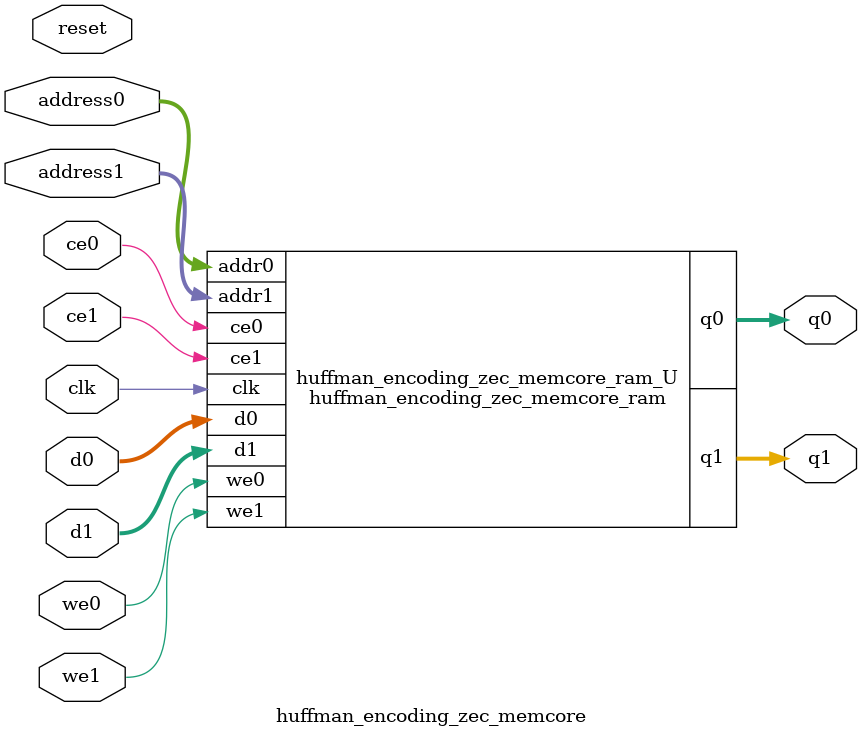
<source format=v>
`timescale 1 ns / 1 ps
module huffman_encoding_zec_memcore_ram (addr0, ce0, d0, we0, q0, addr1, ce1, d1, we1, q1,  clk);

parameter DWIDTH = 5;
parameter AWIDTH = 9;
parameter MEM_SIZE = 512;

input[AWIDTH-1:0] addr0;
input ce0;
input[DWIDTH-1:0] d0;
input we0;
output reg[DWIDTH-1:0] q0;
input[AWIDTH-1:0] addr1;
input ce1;
input[DWIDTH-1:0] d1;
input we1;
output reg[DWIDTH-1:0] q1;
input clk;

(* ram_style = "block" *)reg [DWIDTH-1:0] ram[0:MEM_SIZE-1];




always @(posedge clk)  
begin 
    if (ce0) begin
        if (we0) 
            ram[addr0] <= d0; 
        q0 <= ram[addr0];
    end
end


always @(posedge clk)  
begin 
    if (ce1) begin
        if (we1) 
            ram[addr1] <= d1; 
        q1 <= ram[addr1];
    end
end


endmodule

`timescale 1 ns / 1 ps
module huffman_encoding_zec_memcore(
    reset,
    clk,
    address0,
    ce0,
    we0,
    d0,
    q0,
    address1,
    ce1,
    we1,
    d1,
    q1);

parameter DataWidth = 32'd5;
parameter AddressRange = 32'd512;
parameter AddressWidth = 32'd9;
input reset;
input clk;
input[AddressWidth - 1:0] address0;
input ce0;
input we0;
input[DataWidth - 1:0] d0;
output[DataWidth - 1:0] q0;
input[AddressWidth - 1:0] address1;
input ce1;
input we1;
input[DataWidth - 1:0] d1;
output[DataWidth - 1:0] q1;



huffman_encoding_zec_memcore_ram huffman_encoding_zec_memcore_ram_U(
    .clk( clk ),
    .addr0( address0 ),
    .ce0( ce0 ),
    .we0( we0 ),
    .d0( d0 ),
    .q0( q0 ),
    .addr1( address1 ),
    .ce1( ce1 ),
    .we1( we1 ),
    .d1( d1 ),
    .q1( q1 ));

endmodule


</source>
